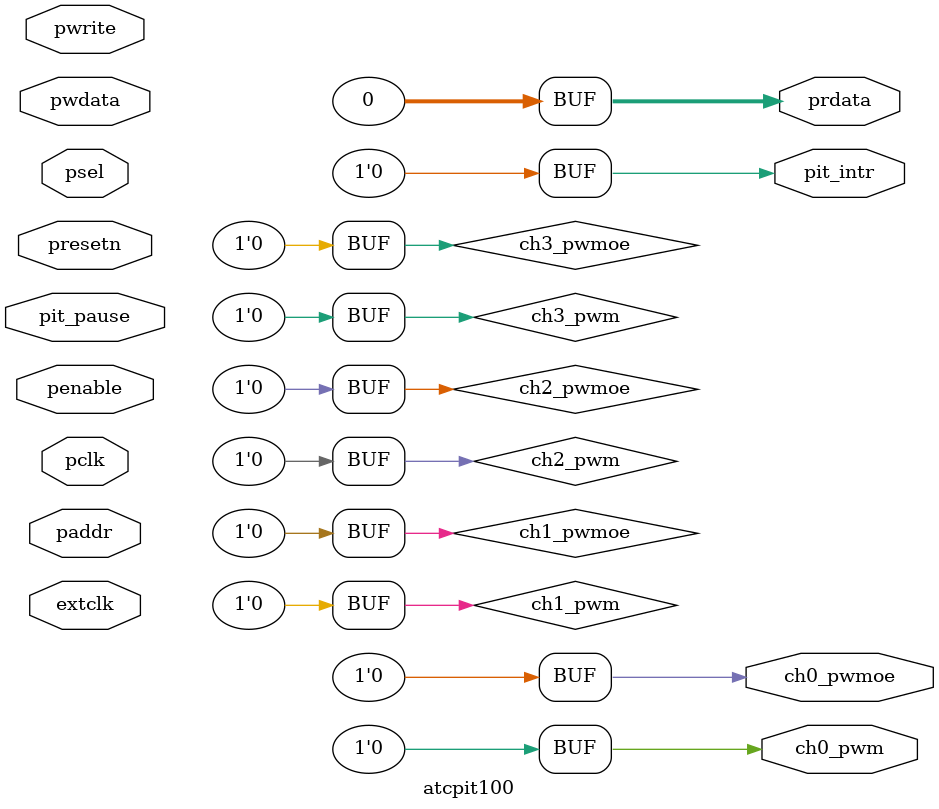
<source format=v>

`include "atcpit100_config.vh"
`include "atcpit100_const.vh"


module atcpit100 (
`ifdef ATCPIT100_CH1_SUPPORT
	  ch1_pwm,
	  ch1_pwmoe,
`endif
`ifdef ATCPIT100_CH2_SUPPORT
	  ch2_pwm,
	  ch2_pwmoe,
`endif
`ifdef ATCPIT100_CH3_SUPPORT
	  ch3_pwm,
	  ch3_pwmoe,
`endif
	  extclk,
	  paddr,
	  pclk,
	  penable,
	  pit_pause,
	  presetn,
	  psel,
	  pwdata,
	  pwrite,
	  ch0_pwm,
	  ch0_pwmoe,
	  pit_intr,
	  prdata
);

`ifdef ATCPIT100_CH1_SUPPORT
output             ch1_pwm;
output             ch1_pwmoe;
`endif
`ifdef ATCPIT100_CH2_SUPPORT
output             ch2_pwm;
output             ch2_pwmoe;
`endif
`ifdef ATCPIT100_CH3_SUPPORT
output             ch3_pwm;
output             ch3_pwmoe;
`endif
input              extclk;
input        [6:2] paddr;
input              pclk;
input              penable;
input              pit_pause;
input              presetn;
input              psel;
input       [31:0] pwdata;
input              pwrite;
output             ch0_pwm;
output             ch0_pwmoe;
output             pit_intr;
output      [31:0] prdata;

assign /*output             */ch1_pwm='d0;
assign /*output             */ch1_pwmoe='d0;
assign /*output             */ch2_pwm='d0;
assign /*output             */ch2_pwmoe='d0;
assign /*output             */ch3_pwm='d0;
assign /*output             */ch3_pwmoe='d0;
assign /*output             */ch0_pwm='d0;
assign /*output             */ch0_pwmoe='d0;
assign /*output             */pit_intr='d0;
assign /*output      [31:0] */prdata='d0;


endmodule

</source>
